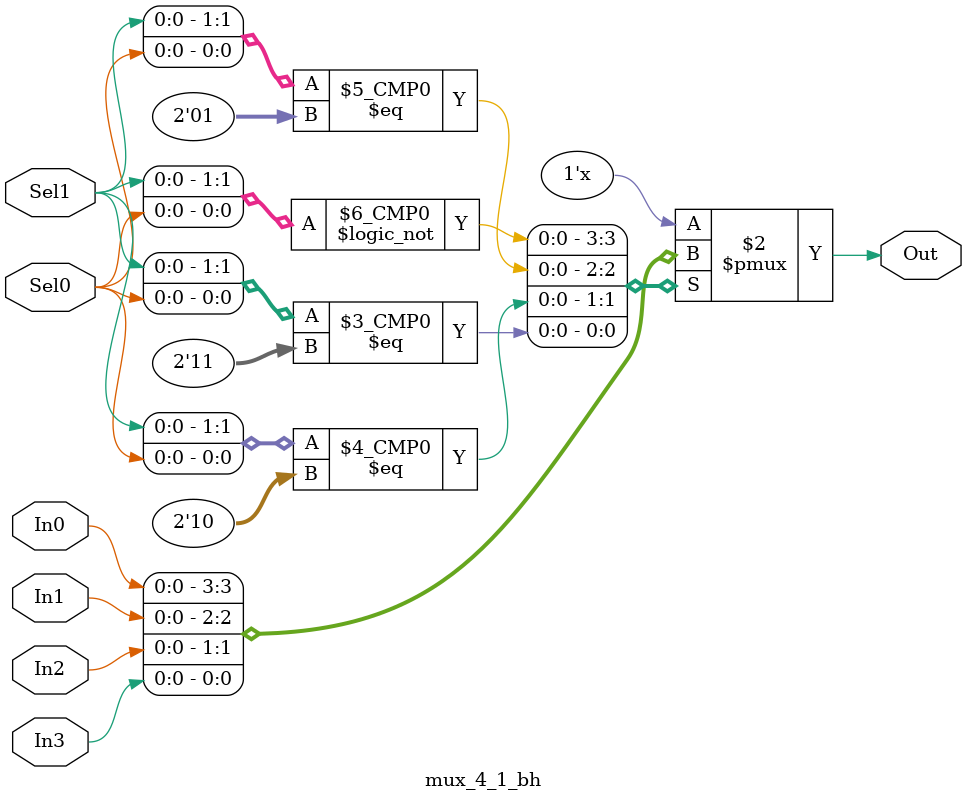
<source format=v>
module mux_4_1_bh(Out, In0, In1, In2, In3, Sel1, Sel0);

	output Out;
	input In0, In1, In2, In3, Sel0, Sel1;
	reg Out;
	
	always @(Sel1 or Sel0 or In0 or In1 or In2 or In3)
		begin
			case({Sel1, Sel0})
			2'b00 : Out = In0;
			2'b01 : Out = In1;
			2'b10 : Out = In2;
			2'b11 : Out = In3;
			default : Out = 1'bx;
			endcase
		end
		
endmodule
</source>
